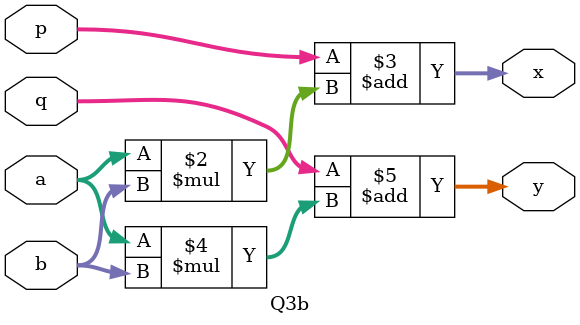
<source format=v>
module Q3b (
    input[3:0] a,input[3:0] b, input[3:0] p,input[3:0] q,
    output[8:0] x,
    output[8:0] y
);

    always @(*) begin
        x = p + a*b;
	y = q + a*b;
    end

endmodule

</source>
